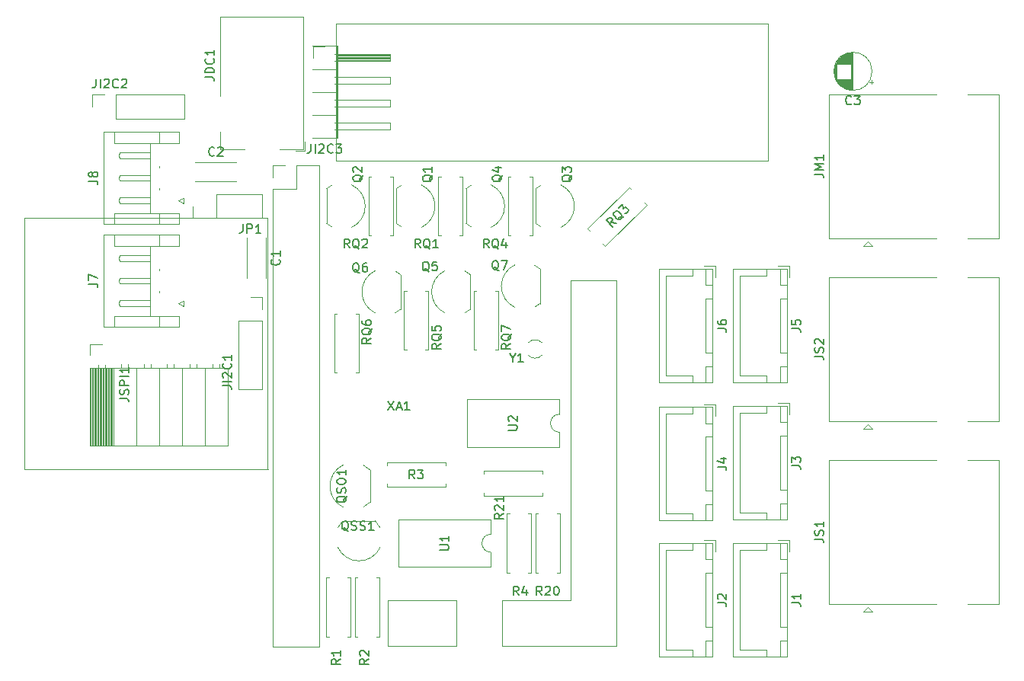
<source format=gbr>
%TF.GenerationSoftware,KiCad,Pcbnew,5.1.10-88a1d61d58~89~ubuntu20.10.1*%
%TF.CreationDate,2021-07-14T23:28:35-05:00*%
%TF.ProjectId,nutrient,6e757472-6965-46e7-942e-6b696361645f,rev?*%
%TF.SameCoordinates,Original*%
%TF.FileFunction,Legend,Top*%
%TF.FilePolarity,Positive*%
%FSLAX46Y46*%
G04 Gerber Fmt 4.6, Leading zero omitted, Abs format (unit mm)*
G04 Created by KiCad (PCBNEW 5.1.10-88a1d61d58~89~ubuntu20.10.1) date 2021-07-14 23:28:35*
%MOMM*%
%LPD*%
G01*
G04 APERTURE LIST*
%ADD10C,0.120000*%
%ADD11C,0.050000*%
%ADD12C,0.150000*%
G04 APERTURE END LIST*
D10*
%TO.C,C3*%
X187175000Y-38989000D02*
G75*
G03*
X187175000Y-38989000I-2120000J0D01*
G01*
X185055000Y-41069000D02*
X185055000Y-36909000D01*
X185015000Y-41069000D02*
X185015000Y-36909000D01*
X184975000Y-41068000D02*
X184975000Y-36910000D01*
X184935000Y-41066000D02*
X184935000Y-36912000D01*
X184895000Y-41063000D02*
X184895000Y-36915000D01*
X184855000Y-41060000D02*
X184855000Y-39829000D01*
X184855000Y-38149000D02*
X184855000Y-36918000D01*
X184815000Y-41056000D02*
X184815000Y-39829000D01*
X184815000Y-38149000D02*
X184815000Y-36922000D01*
X184775000Y-41051000D02*
X184775000Y-39829000D01*
X184775000Y-38149000D02*
X184775000Y-36927000D01*
X184735000Y-41045000D02*
X184735000Y-39829000D01*
X184735000Y-38149000D02*
X184735000Y-36933000D01*
X184695000Y-41039000D02*
X184695000Y-39829000D01*
X184695000Y-38149000D02*
X184695000Y-36939000D01*
X184655000Y-41031000D02*
X184655000Y-39829000D01*
X184655000Y-38149000D02*
X184655000Y-36947000D01*
X184615000Y-41023000D02*
X184615000Y-39829000D01*
X184615000Y-38149000D02*
X184615000Y-36955000D01*
X184575000Y-41014000D02*
X184575000Y-39829000D01*
X184575000Y-38149000D02*
X184575000Y-36964000D01*
X184535000Y-41005000D02*
X184535000Y-39829000D01*
X184535000Y-38149000D02*
X184535000Y-36973000D01*
X184495000Y-40994000D02*
X184495000Y-39829000D01*
X184495000Y-38149000D02*
X184495000Y-36984000D01*
X184455000Y-40983000D02*
X184455000Y-39829000D01*
X184455000Y-38149000D02*
X184455000Y-36995000D01*
X184415000Y-40971000D02*
X184415000Y-39829000D01*
X184415000Y-38149000D02*
X184415000Y-37007000D01*
X184375000Y-40957000D02*
X184375000Y-39829000D01*
X184375000Y-38149000D02*
X184375000Y-37021000D01*
X184334000Y-40943000D02*
X184334000Y-39829000D01*
X184334000Y-38149000D02*
X184334000Y-37035000D01*
X184294000Y-40929000D02*
X184294000Y-39829000D01*
X184294000Y-38149000D02*
X184294000Y-37049000D01*
X184254000Y-40913000D02*
X184254000Y-39829000D01*
X184254000Y-38149000D02*
X184254000Y-37065000D01*
X184214000Y-40896000D02*
X184214000Y-39829000D01*
X184214000Y-38149000D02*
X184214000Y-37082000D01*
X184174000Y-40878000D02*
X184174000Y-39829000D01*
X184174000Y-38149000D02*
X184174000Y-37100000D01*
X184134000Y-40859000D02*
X184134000Y-39829000D01*
X184134000Y-38149000D02*
X184134000Y-37119000D01*
X184094000Y-40840000D02*
X184094000Y-39829000D01*
X184094000Y-38149000D02*
X184094000Y-37138000D01*
X184054000Y-40819000D02*
X184054000Y-39829000D01*
X184054000Y-38149000D02*
X184054000Y-37159000D01*
X184014000Y-40797000D02*
X184014000Y-39829000D01*
X184014000Y-38149000D02*
X184014000Y-37181000D01*
X183974000Y-40774000D02*
X183974000Y-39829000D01*
X183974000Y-38149000D02*
X183974000Y-37204000D01*
X183934000Y-40749000D02*
X183934000Y-39829000D01*
X183934000Y-38149000D02*
X183934000Y-37229000D01*
X183894000Y-40724000D02*
X183894000Y-39829000D01*
X183894000Y-38149000D02*
X183894000Y-37254000D01*
X183854000Y-40697000D02*
X183854000Y-39829000D01*
X183854000Y-38149000D02*
X183854000Y-37281000D01*
X183814000Y-40669000D02*
X183814000Y-39829000D01*
X183814000Y-38149000D02*
X183814000Y-37309000D01*
X183774000Y-40639000D02*
X183774000Y-39829000D01*
X183774000Y-38149000D02*
X183774000Y-37339000D01*
X183734000Y-40608000D02*
X183734000Y-39829000D01*
X183734000Y-38149000D02*
X183734000Y-37370000D01*
X183694000Y-40576000D02*
X183694000Y-39829000D01*
X183694000Y-38149000D02*
X183694000Y-37402000D01*
X183654000Y-40541000D02*
X183654000Y-39829000D01*
X183654000Y-38149000D02*
X183654000Y-37437000D01*
X183614000Y-40505000D02*
X183614000Y-39829000D01*
X183614000Y-38149000D02*
X183614000Y-37473000D01*
X183574000Y-40467000D02*
X183574000Y-39829000D01*
X183574000Y-38149000D02*
X183574000Y-37511000D01*
X183534000Y-40427000D02*
X183534000Y-39829000D01*
X183534000Y-38149000D02*
X183534000Y-37551000D01*
X183494000Y-40385000D02*
X183494000Y-39829000D01*
X183494000Y-38149000D02*
X183494000Y-37593000D01*
X183454000Y-40340000D02*
X183454000Y-39829000D01*
X183454000Y-38149000D02*
X183454000Y-37638000D01*
X183414000Y-40293000D02*
X183414000Y-39829000D01*
X183414000Y-38149000D02*
X183414000Y-37685000D01*
X183374000Y-40243000D02*
X183374000Y-39829000D01*
X183374000Y-38149000D02*
X183374000Y-37735000D01*
X183334000Y-40189000D02*
X183334000Y-39829000D01*
X183334000Y-38149000D02*
X183334000Y-37789000D01*
X183294000Y-40131000D02*
X183294000Y-39829000D01*
X183294000Y-38149000D02*
X183294000Y-37847000D01*
X183254000Y-40069000D02*
X183254000Y-39829000D01*
X183254000Y-38149000D02*
X183254000Y-37909000D01*
X183214000Y-40002000D02*
X183214000Y-37976000D01*
X183174000Y-39929000D02*
X183174000Y-38049000D01*
X183134000Y-39848000D02*
X183134000Y-38130000D01*
X183094000Y-39757000D02*
X183094000Y-38221000D01*
X183054000Y-39653000D02*
X183054000Y-38325000D01*
X183014000Y-39526000D02*
X183014000Y-38452000D01*
X182974000Y-39359000D02*
X182974000Y-38619000D01*
X187324801Y-40184000D02*
X186924801Y-40184000D01*
X187124801Y-40384000D02*
X187124801Y-39984000D01*
%TO.C,R2*%
X130024000Y-101822000D02*
X129694000Y-101822000D01*
X129694000Y-101822000D02*
X129694000Y-95282000D01*
X129694000Y-95282000D02*
X130024000Y-95282000D01*
X132104000Y-101822000D02*
X132434000Y-101822000D01*
X132434000Y-101822000D02*
X132434000Y-95282000D01*
X132434000Y-95282000D02*
X132104000Y-95282000D01*
%TO.C,R1*%
X126849000Y-101822000D02*
X126519000Y-101822000D01*
X126519000Y-101822000D02*
X126519000Y-95282000D01*
X126519000Y-95282000D02*
X126849000Y-95282000D01*
X128929000Y-101822000D02*
X129259000Y-101822000D01*
X129259000Y-101822000D02*
X129259000Y-95282000D01*
X129259000Y-95282000D02*
X128929000Y-95282000D01*
%TO.C,C2*%
X111990000Y-49095000D02*
X116530000Y-49095000D01*
X111990000Y-51235000D02*
X116530000Y-51235000D01*
X111990000Y-49095000D02*
X111990000Y-49110000D01*
X111990000Y-51220000D02*
X111990000Y-51235000D01*
X116530000Y-49095000D02*
X116530000Y-49110000D01*
X116530000Y-51220000D02*
X116530000Y-51235000D01*
%TO.C,C1*%
X119815000Y-57460000D02*
X119815000Y-62000000D01*
X117675000Y-57460000D02*
X117675000Y-62000000D01*
X119815000Y-57460000D02*
X119800000Y-57460000D01*
X117690000Y-57460000D02*
X117675000Y-57460000D01*
X119815000Y-62000000D02*
X119800000Y-62000000D01*
X117690000Y-62000000D02*
X117675000Y-62000000D01*
%TO.C,Q6*%
X134796000Y-65440000D02*
X134796000Y-61590000D01*
X134218045Y-65822631D02*
G75*
G03*
X134796000Y-65440000I-1122045J2322631D01*
G01*
X131997193Y-65856400D02*
G75*
G02*
X130496000Y-63500000I1098807J2356400D01*
G01*
X131997193Y-61143600D02*
G75*
G03*
X130496000Y-63500000I1098807J-2356400D01*
G01*
X134208264Y-61197617D02*
G75*
G02*
X134796000Y-61590000I-1112264J-2302383D01*
G01*
%TO.C,JI2C1*%
X116780000Y-66675000D02*
X119440000Y-66675000D01*
X116780000Y-66675000D02*
X116780000Y-74355000D01*
X116780000Y-74355000D02*
X119440000Y-74355000D01*
X119440000Y-66675000D02*
X119440000Y-74355000D01*
X119440000Y-64075000D02*
X119440000Y-65405000D01*
X118110000Y-64075000D02*
X119440000Y-64075000D01*
D11*
X120015000Y-83245000D02*
X120015000Y-55245000D01*
X120060000Y-83245000D02*
X93060000Y-83245000D01*
X120015000Y-55245000D02*
X93015000Y-55245000D01*
X93015000Y-83245000D02*
X93015000Y-55245000D01*
D10*
%TO.C,JDC1*%
X123980000Y-47636000D02*
X121380000Y-47636000D01*
X123980000Y-32936000D02*
X123980000Y-47636000D01*
X114780000Y-47636000D02*
X114780000Y-45736000D01*
X117480000Y-47636000D02*
X114780000Y-47636000D01*
X114780000Y-32936000D02*
X123980000Y-32936000D01*
X114780000Y-41736000D02*
X114780000Y-32936000D01*
X124180000Y-46786000D02*
X124180000Y-47836000D01*
X123130000Y-47836000D02*
X124180000Y-47836000D01*
%TO.C,J8*%
X110685000Y-53040000D02*
X110085000Y-53340000D01*
X110685000Y-53640000D02*
X110685000Y-53040000D01*
X110085000Y-53340000D02*
X110685000Y-53640000D01*
X106995000Y-48020000D02*
X106995000Y-48340000D01*
X103575000Y-48020000D02*
X106995000Y-48020000D01*
X103495000Y-48340000D02*
X103575000Y-48020000D01*
X103575000Y-48660000D02*
X103495000Y-48340000D01*
X106995000Y-48660000D02*
X103575000Y-48660000D01*
X106995000Y-48340000D02*
X106995000Y-48660000D01*
X107995000Y-49670000D02*
X107995000Y-49510000D01*
X106995000Y-50520000D02*
X106995000Y-50840000D01*
X103575000Y-50520000D02*
X106995000Y-50520000D01*
X103495000Y-50840000D02*
X103575000Y-50520000D01*
X103575000Y-51160000D02*
X103495000Y-50840000D01*
X106995000Y-51160000D02*
X103575000Y-51160000D01*
X106995000Y-50840000D02*
X106995000Y-51160000D01*
X107995000Y-52170000D02*
X107995000Y-52010000D01*
X106995000Y-53020000D02*
X106995000Y-53340000D01*
X103575000Y-53020000D02*
X106995000Y-53020000D01*
X103495000Y-53340000D02*
X103575000Y-53020000D01*
X103575000Y-53660000D02*
X103495000Y-53340000D01*
X106995000Y-53660000D02*
X103575000Y-53660000D01*
X106995000Y-53340000D02*
X106995000Y-53660000D01*
X106995000Y-54730000D02*
X106995000Y-46950000D01*
X107995000Y-46950000D02*
X107995000Y-45730000D01*
X102995000Y-46950000D02*
X107995000Y-46950000D01*
X102995000Y-45730000D02*
X102995000Y-46950000D01*
X107995000Y-54730000D02*
X107995000Y-55950000D01*
X102995000Y-54730000D02*
X107995000Y-54730000D01*
X102995000Y-55950000D02*
X102995000Y-54730000D01*
X110195000Y-46950000D02*
X107995000Y-46950000D01*
X110195000Y-45730000D02*
X110195000Y-46950000D01*
X101775000Y-45730000D02*
X110195000Y-45730000D01*
X101775000Y-55950000D02*
X101775000Y-45730000D01*
X110195000Y-55950000D02*
X101775000Y-55950000D01*
X110195000Y-54730000D02*
X110195000Y-55950000D01*
X107995000Y-54730000D02*
X110195000Y-54730000D01*
%TO.C,J7*%
X110685000Y-64470000D02*
X110085000Y-64770000D01*
X110685000Y-65070000D02*
X110685000Y-64470000D01*
X110085000Y-64770000D02*
X110685000Y-65070000D01*
X106995000Y-59450000D02*
X106995000Y-59770000D01*
X103575000Y-59450000D02*
X106995000Y-59450000D01*
X103495000Y-59770000D02*
X103575000Y-59450000D01*
X103575000Y-60090000D02*
X103495000Y-59770000D01*
X106995000Y-60090000D02*
X103575000Y-60090000D01*
X106995000Y-59770000D02*
X106995000Y-60090000D01*
X107995000Y-61100000D02*
X107995000Y-60940000D01*
X106995000Y-61950000D02*
X106995000Y-62270000D01*
X103575000Y-61950000D02*
X106995000Y-61950000D01*
X103495000Y-62270000D02*
X103575000Y-61950000D01*
X103575000Y-62590000D02*
X103495000Y-62270000D01*
X106995000Y-62590000D02*
X103575000Y-62590000D01*
X106995000Y-62270000D02*
X106995000Y-62590000D01*
X107995000Y-63600000D02*
X107995000Y-63440000D01*
X106995000Y-64450000D02*
X106995000Y-64770000D01*
X103575000Y-64450000D02*
X106995000Y-64450000D01*
X103495000Y-64770000D02*
X103575000Y-64450000D01*
X103575000Y-65090000D02*
X103495000Y-64770000D01*
X106995000Y-65090000D02*
X103575000Y-65090000D01*
X106995000Y-64770000D02*
X106995000Y-65090000D01*
X106995000Y-66160000D02*
X106995000Y-58380000D01*
X107995000Y-58380000D02*
X107995000Y-57160000D01*
X102995000Y-58380000D02*
X107995000Y-58380000D01*
X102995000Y-57160000D02*
X102995000Y-58380000D01*
X107995000Y-66160000D02*
X107995000Y-67380000D01*
X102995000Y-66160000D02*
X107995000Y-66160000D01*
X102995000Y-67380000D02*
X102995000Y-66160000D01*
X110195000Y-58380000D02*
X107995000Y-58380000D01*
X110195000Y-57160000D02*
X110195000Y-58380000D01*
X101775000Y-57160000D02*
X110195000Y-57160000D01*
X101775000Y-67380000D02*
X101775000Y-57160000D01*
X110195000Y-67380000D02*
X101775000Y-67380000D01*
X110195000Y-66160000D02*
X110195000Y-67380000D01*
X107995000Y-66160000D02*
X110195000Y-66160000D01*
%TO.C,JI2C3*%
X127805000Y-36135000D02*
X127805000Y-46415000D01*
X125011000Y-46415000D02*
X127671000Y-46415000D01*
X127671000Y-46415000D02*
X127671000Y-36135000D01*
X127671000Y-36135000D02*
X125011000Y-36135000D01*
X127671000Y-37085000D02*
X133671000Y-37085000D01*
X133671000Y-37085000D02*
X133671000Y-37845000D01*
X133671000Y-37845000D02*
X127671000Y-37845000D01*
X127671000Y-37145000D02*
X133671000Y-37145000D01*
X127671000Y-37265000D02*
X133671000Y-37265000D01*
X127671000Y-37385000D02*
X133671000Y-37385000D01*
X127671000Y-37505000D02*
X133671000Y-37505000D01*
X127671000Y-37625000D02*
X133671000Y-37625000D01*
X127671000Y-37745000D02*
X133671000Y-37745000D01*
X127475000Y-37085000D02*
X127805000Y-37085000D01*
X127475000Y-37845000D02*
X127805000Y-37845000D01*
X125011000Y-38735000D02*
X127671000Y-38735000D01*
X127671000Y-39625000D02*
X133671000Y-39625000D01*
X133671000Y-39625000D02*
X133671000Y-40385000D01*
X133671000Y-40385000D02*
X127671000Y-40385000D01*
X127407929Y-39625000D02*
X127805000Y-39625000D01*
X127407929Y-40385000D02*
X127805000Y-40385000D01*
X125011000Y-41275000D02*
X127671000Y-41275000D01*
X127671000Y-42165000D02*
X133671000Y-42165000D01*
X133671000Y-42165000D02*
X133671000Y-42925000D01*
X133671000Y-42925000D02*
X127671000Y-42925000D01*
X127407929Y-42165000D02*
X127805000Y-42165000D01*
X127407929Y-42925000D02*
X127805000Y-42925000D01*
X125011000Y-43815000D02*
X127671000Y-43815000D01*
X127671000Y-44705000D02*
X133671000Y-44705000D01*
X133671000Y-44705000D02*
X133671000Y-45465000D01*
X133671000Y-45465000D02*
X127671000Y-45465000D01*
X127407929Y-44705000D02*
X127805000Y-44705000D01*
X127407929Y-45465000D02*
X127805000Y-45465000D01*
X125095000Y-37465000D02*
X125095000Y-36195000D01*
X125095000Y-36195000D02*
X126365000Y-36195000D01*
D11*
X127635000Y-33655000D02*
X175635000Y-33655000D01*
X127635000Y-33655000D02*
X127635000Y-48955000D01*
X127635000Y-48955000D02*
X175635000Y-48955000D01*
X175635000Y-33655000D02*
X175635000Y-48955000D01*
D10*
%TO.C,JSPI1*%
X100390000Y-80575000D02*
X100390000Y-71945000D01*
X100508095Y-80575000D02*
X100508095Y-71945000D01*
X100626190Y-80575000D02*
X100626190Y-71945000D01*
X100744285Y-80575000D02*
X100744285Y-71945000D01*
X100862380Y-80575000D02*
X100862380Y-71945000D01*
X100980475Y-80575000D02*
X100980475Y-71945000D01*
X101098570Y-80575000D02*
X101098570Y-71945000D01*
X101216665Y-80575000D02*
X101216665Y-71945000D01*
X101334760Y-80575000D02*
X101334760Y-71945000D01*
X101452855Y-80575000D02*
X101452855Y-71945000D01*
X101570950Y-80575000D02*
X101570950Y-71945000D01*
X101689045Y-80575000D02*
X101689045Y-71945000D01*
X101807140Y-80575000D02*
X101807140Y-71945000D01*
X101925235Y-80575000D02*
X101925235Y-71945000D01*
X102043330Y-80575000D02*
X102043330Y-71945000D01*
X102161425Y-80575000D02*
X102161425Y-71945000D01*
X102279520Y-80575000D02*
X102279520Y-71945000D01*
X102397615Y-80575000D02*
X102397615Y-71945000D01*
X102515710Y-80575000D02*
X102515710Y-71945000D01*
X102633805Y-80575000D02*
X102633805Y-71945000D01*
X102751900Y-80575000D02*
X102751900Y-71945000D01*
X101240000Y-71945000D02*
X101240000Y-71595000D01*
X101960000Y-71945000D02*
X101960000Y-71595000D01*
X103780000Y-71945000D02*
X103780000Y-71535000D01*
X104500000Y-71945000D02*
X104500000Y-71535000D01*
X106320000Y-71945000D02*
X106320000Y-71535000D01*
X107040000Y-71945000D02*
X107040000Y-71535000D01*
X108860000Y-71945000D02*
X108860000Y-71535000D01*
X109580000Y-71945000D02*
X109580000Y-71535000D01*
X111400000Y-71945000D02*
X111400000Y-71535000D01*
X112120000Y-71945000D02*
X112120000Y-71535000D01*
X113940000Y-71945000D02*
X113940000Y-71535000D01*
X114660000Y-71945000D02*
X114660000Y-71535000D01*
X102870000Y-80575000D02*
X102870000Y-71945000D01*
X105410000Y-80575000D02*
X105410000Y-71945000D01*
X107950000Y-80575000D02*
X107950000Y-71945000D01*
X110490000Y-80575000D02*
X110490000Y-71945000D01*
X113030000Y-80575000D02*
X113030000Y-71945000D01*
X100270000Y-80575000D02*
X100270000Y-71945000D01*
X100270000Y-71945000D02*
X115630000Y-71945000D01*
X115630000Y-80575000D02*
X115630000Y-71945000D01*
X100270000Y-80575000D02*
X115630000Y-80575000D01*
X100270000Y-69375000D02*
X101600000Y-69375000D01*
X100270000Y-70485000D02*
X100270000Y-69375000D01*
%TO.C,JS2*%
X197840000Y-77860000D02*
X201280000Y-77860000D01*
X187198000Y-78736000D02*
X186690000Y-78228000D01*
X186182000Y-78736000D02*
X187198000Y-78736000D01*
X186690000Y-78228000D02*
X186182000Y-78736000D01*
X197840000Y-61840000D02*
X201280000Y-61840000D01*
X201280000Y-61840000D02*
X201280000Y-77860000D01*
X182410000Y-77860000D02*
X194340000Y-77860000D01*
X182410000Y-61840000D02*
X182410000Y-77860000D01*
X182410000Y-61840000D02*
X194340000Y-61840000D01*
%TO.C,U1*%
X144840000Y-90440000D02*
X144840000Y-88790000D01*
X144840000Y-88790000D02*
X134560000Y-88790000D01*
X134560000Y-88790000D02*
X134560000Y-94090000D01*
X134560000Y-94090000D02*
X144840000Y-94090000D01*
X144840000Y-94090000D02*
X144840000Y-92440000D01*
X144840000Y-92440000D02*
G75*
G02*
X144840000Y-90440000I0J1000000D01*
G01*
%TO.C,JI2C2*%
X103124000Y-44256000D02*
X103124000Y-41596000D01*
X103124000Y-44256000D02*
X110804000Y-44256000D01*
X110804000Y-44256000D02*
X110804000Y-41596000D01*
X103124000Y-41596000D02*
X110804000Y-41596000D01*
X100524000Y-41596000D02*
X101854000Y-41596000D01*
X100524000Y-42926000D02*
X100524000Y-41596000D01*
%TO.C,J3*%
X177720000Y-76180000D02*
X171750000Y-76180000D01*
X171750000Y-76180000D02*
X171750000Y-88800000D01*
X171750000Y-88800000D02*
X177720000Y-88800000D01*
X177720000Y-88800000D02*
X177720000Y-76180000D01*
X177710000Y-79490000D02*
X176960000Y-79490000D01*
X176960000Y-79490000D02*
X176960000Y-85490000D01*
X176960000Y-85490000D02*
X177710000Y-85490000D01*
X177710000Y-85490000D02*
X177710000Y-79490000D01*
X177710000Y-76190000D02*
X176960000Y-76190000D01*
X176960000Y-76190000D02*
X176960000Y-77990000D01*
X176960000Y-77990000D02*
X177710000Y-77990000D01*
X177710000Y-77990000D02*
X177710000Y-76190000D01*
X177710000Y-86990000D02*
X176960000Y-86990000D01*
X176960000Y-86990000D02*
X176960000Y-88790000D01*
X176960000Y-88790000D02*
X177710000Y-88790000D01*
X177710000Y-88790000D02*
X177710000Y-86990000D01*
X175460000Y-76190000D02*
X175460000Y-76940000D01*
X175460000Y-76940000D02*
X172510000Y-76940000D01*
X172510000Y-76940000D02*
X172510000Y-82490000D01*
X175460000Y-88790000D02*
X175460000Y-88040000D01*
X175460000Y-88040000D02*
X172510000Y-88040000D01*
X172510000Y-88040000D02*
X172510000Y-82490000D01*
X178010000Y-77140000D02*
X178010000Y-75890000D01*
X178010000Y-75890000D02*
X176760000Y-75890000D01*
%TO.C,Y1*%
X148995610Y-69149348D02*
G75*
G02*
X150495000Y-69150000I749390J-700652D01*
G01*
X148995610Y-70550652D02*
G75*
G03*
X150495000Y-70550000I749390J700652D01*
G01*
%TO.C,J1*%
X177720000Y-91420000D02*
X171750000Y-91420000D01*
X171750000Y-91420000D02*
X171750000Y-104040000D01*
X171750000Y-104040000D02*
X177720000Y-104040000D01*
X177720000Y-104040000D02*
X177720000Y-91420000D01*
X177710000Y-94730000D02*
X176960000Y-94730000D01*
X176960000Y-94730000D02*
X176960000Y-100730000D01*
X176960000Y-100730000D02*
X177710000Y-100730000D01*
X177710000Y-100730000D02*
X177710000Y-94730000D01*
X177710000Y-91430000D02*
X176960000Y-91430000D01*
X176960000Y-91430000D02*
X176960000Y-93230000D01*
X176960000Y-93230000D02*
X177710000Y-93230000D01*
X177710000Y-93230000D02*
X177710000Y-91430000D01*
X177710000Y-102230000D02*
X176960000Y-102230000D01*
X176960000Y-102230000D02*
X176960000Y-104030000D01*
X176960000Y-104030000D02*
X177710000Y-104030000D01*
X177710000Y-104030000D02*
X177710000Y-102230000D01*
X175460000Y-91430000D02*
X175460000Y-92180000D01*
X175460000Y-92180000D02*
X172510000Y-92180000D01*
X172510000Y-92180000D02*
X172510000Y-97730000D01*
X175460000Y-104030000D02*
X175460000Y-103280000D01*
X175460000Y-103280000D02*
X172510000Y-103280000D01*
X172510000Y-103280000D02*
X172510000Y-97730000D01*
X178010000Y-92380000D02*
X178010000Y-91130000D01*
X178010000Y-91130000D02*
X176760000Y-91130000D01*
%TO.C,XA1*%
X146050000Y-97790000D02*
X146050000Y-102870000D01*
X153670000Y-97790000D02*
X146050000Y-97790000D01*
X153670000Y-62230000D02*
X153670000Y-97790000D01*
X158750000Y-62230000D02*
X153670000Y-62230000D01*
X158750000Y-102870000D02*
X158750000Y-62230000D01*
X146050000Y-102870000D02*
X158750000Y-102870000D01*
X133350000Y-102870000D02*
X133350000Y-97790000D01*
X140970000Y-102870000D02*
X133350000Y-102870000D01*
X140970000Y-97790000D02*
X140970000Y-102870000D01*
X133350000Y-97790000D02*
X140970000Y-97790000D01*
X125790000Y-49470000D02*
X125790000Y-102930000D01*
X120590000Y-49470000D02*
X121920000Y-49470000D01*
X120590000Y-52070000D02*
X120590000Y-102930000D01*
X120590000Y-102930000D02*
X125790000Y-102930000D01*
X123190000Y-52070000D02*
X123190000Y-49470000D01*
X120590000Y-50800000D02*
X120590000Y-49470000D01*
X123190000Y-49470000D02*
X125790000Y-49470000D01*
X120590000Y-52070000D02*
X123190000Y-52070000D01*
%TO.C,RQ7*%
X143232000Y-69945000D02*
X142902000Y-69945000D01*
X142902000Y-69945000D02*
X142902000Y-63405000D01*
X142902000Y-63405000D02*
X143232000Y-63405000D01*
X145312000Y-69945000D02*
X145642000Y-69945000D01*
X145642000Y-69945000D02*
X145642000Y-63405000D01*
X145642000Y-63405000D02*
X145312000Y-63405000D01*
%TO.C,Q7*%
X150290000Y-64805000D02*
X150290000Y-60955000D01*
X149712045Y-65187631D02*
G75*
G03*
X150290000Y-64805000I-1122045J2322631D01*
G01*
X147491193Y-65221400D02*
G75*
G02*
X145990000Y-62865000I1098807J2356400D01*
G01*
X147491193Y-60508600D02*
G75*
G03*
X145990000Y-62865000I1098807J-2356400D01*
G01*
X149702264Y-60562617D02*
G75*
G02*
X150290000Y-60955000I-1112264J-2302383D01*
G01*
%TO.C,JM1*%
X197840000Y-57540000D02*
X201280000Y-57540000D01*
X187198000Y-58416000D02*
X186690000Y-57908000D01*
X186182000Y-58416000D02*
X187198000Y-58416000D01*
X186690000Y-57908000D02*
X186182000Y-58416000D01*
X197840000Y-41520000D02*
X201280000Y-41520000D01*
X201280000Y-41520000D02*
X201280000Y-57540000D01*
X182410000Y-57540000D02*
X194340000Y-57540000D01*
X182410000Y-41520000D02*
X182410000Y-57540000D01*
X182410000Y-41520000D02*
X194340000Y-41520000D01*
%TO.C,J2*%
X169465000Y-91420000D02*
X163495000Y-91420000D01*
X163495000Y-91420000D02*
X163495000Y-104040000D01*
X163495000Y-104040000D02*
X169465000Y-104040000D01*
X169465000Y-104040000D02*
X169465000Y-91420000D01*
X169455000Y-94730000D02*
X168705000Y-94730000D01*
X168705000Y-94730000D02*
X168705000Y-100730000D01*
X168705000Y-100730000D02*
X169455000Y-100730000D01*
X169455000Y-100730000D02*
X169455000Y-94730000D01*
X169455000Y-91430000D02*
X168705000Y-91430000D01*
X168705000Y-91430000D02*
X168705000Y-93230000D01*
X168705000Y-93230000D02*
X169455000Y-93230000D01*
X169455000Y-93230000D02*
X169455000Y-91430000D01*
X169455000Y-102230000D02*
X168705000Y-102230000D01*
X168705000Y-102230000D02*
X168705000Y-104030000D01*
X168705000Y-104030000D02*
X169455000Y-104030000D01*
X169455000Y-104030000D02*
X169455000Y-102230000D01*
X167205000Y-91430000D02*
X167205000Y-92180000D01*
X167205000Y-92180000D02*
X164255000Y-92180000D01*
X164255000Y-92180000D02*
X164255000Y-97730000D01*
X167205000Y-104030000D02*
X167205000Y-103280000D01*
X167205000Y-103280000D02*
X164255000Y-103280000D01*
X164255000Y-103280000D02*
X164255000Y-97730000D01*
X169755000Y-92380000D02*
X169755000Y-91130000D01*
X169755000Y-91130000D02*
X168505000Y-91130000D01*
%TO.C,JP1*%
X119440000Y-55305000D02*
X119440000Y-52645000D01*
X114300000Y-55305000D02*
X119440000Y-55305000D01*
X114300000Y-52645000D02*
X119440000Y-52645000D01*
X114300000Y-55305000D02*
X114300000Y-52645000D01*
X113030000Y-55305000D02*
X111700000Y-55305000D01*
X111700000Y-55305000D02*
X111700000Y-53975000D01*
%TO.C,JS1*%
X197840000Y-98180000D02*
X201280000Y-98180000D01*
X187198000Y-99056000D02*
X186690000Y-98548000D01*
X186182000Y-99056000D02*
X187198000Y-99056000D01*
X186690000Y-98548000D02*
X186182000Y-99056000D01*
X197840000Y-82160000D02*
X201280000Y-82160000D01*
X201280000Y-82160000D02*
X201280000Y-98180000D01*
X182410000Y-98180000D02*
X194340000Y-98180000D01*
X182410000Y-82160000D02*
X182410000Y-98180000D01*
X182410000Y-82160000D02*
X194340000Y-82160000D01*
%TO.C,RQ2*%
X131548000Y-57245000D02*
X131218000Y-57245000D01*
X131218000Y-57245000D02*
X131218000Y-50705000D01*
X131218000Y-50705000D02*
X131548000Y-50705000D01*
X133628000Y-57245000D02*
X133958000Y-57245000D01*
X133958000Y-57245000D02*
X133958000Y-50705000D01*
X133958000Y-50705000D02*
X133628000Y-50705000D01*
%TO.C,RQ1*%
X139295000Y-57245000D02*
X138965000Y-57245000D01*
X138965000Y-57245000D02*
X138965000Y-50705000D01*
X138965000Y-50705000D02*
X139295000Y-50705000D01*
X141375000Y-57245000D02*
X141705000Y-57245000D01*
X141705000Y-57245000D02*
X141705000Y-50705000D01*
X141705000Y-50705000D02*
X141375000Y-50705000D01*
%TO.C,Q2*%
X126570000Y-52035000D02*
X126570000Y-55885000D01*
X127147955Y-51652369D02*
G75*
G03*
X126570000Y-52035000I1122045J-2322631D01*
G01*
X129368807Y-51618600D02*
G75*
G02*
X130870000Y-53975000I-1098807J-2356400D01*
G01*
X129368807Y-56331400D02*
G75*
G03*
X130870000Y-53975000I-1098807J2356400D01*
G01*
X127157736Y-56277383D02*
G75*
G02*
X126570000Y-55885000I1112264J2302383D01*
G01*
%TO.C,Q1*%
X134317000Y-52035000D02*
X134317000Y-55885000D01*
X134894955Y-51652369D02*
G75*
G03*
X134317000Y-52035000I1122045J-2322631D01*
G01*
X137115807Y-51618600D02*
G75*
G02*
X138617000Y-53975000I-1098807J-2356400D01*
G01*
X137115807Y-56331400D02*
G75*
G03*
X138617000Y-53975000I-1098807J2356400D01*
G01*
X134904736Y-56277383D02*
G75*
G02*
X134317000Y-55885000I1112264J2302383D01*
G01*
%TO.C,U2*%
X152460000Y-77105000D02*
X152460000Y-75455000D01*
X152460000Y-75455000D02*
X142180000Y-75455000D01*
X142180000Y-75455000D02*
X142180000Y-80755000D01*
X142180000Y-80755000D02*
X152460000Y-80755000D01*
X152460000Y-80755000D02*
X152460000Y-79105000D01*
X152460000Y-79105000D02*
G75*
G02*
X152460000Y-77105000I0J1000000D01*
G01*
%TO.C,R3*%
X133255000Y-82780000D02*
X133255000Y-82450000D01*
X133255000Y-82450000D02*
X139795000Y-82450000D01*
X139795000Y-82450000D02*
X139795000Y-82780000D01*
X133255000Y-84860000D02*
X133255000Y-85190000D01*
X133255000Y-85190000D02*
X139795000Y-85190000D01*
X139795000Y-85190000D02*
X139795000Y-84860000D01*
%TO.C,R20*%
X150090000Y-94710000D02*
X149760000Y-94710000D01*
X149760000Y-94710000D02*
X149760000Y-88170000D01*
X149760000Y-88170000D02*
X150090000Y-88170000D01*
X152170000Y-94710000D02*
X152500000Y-94710000D01*
X152500000Y-94710000D02*
X152500000Y-88170000D01*
X152500000Y-88170000D02*
X152170000Y-88170000D01*
%TO.C,R21*%
X150590000Y-85812500D02*
X150590000Y-86142500D01*
X150590000Y-86142500D02*
X144050000Y-86142500D01*
X144050000Y-86142500D02*
X144050000Y-85812500D01*
X150590000Y-83732500D02*
X150590000Y-83402500D01*
X150590000Y-83402500D02*
X144050000Y-83402500D01*
X144050000Y-83402500D02*
X144050000Y-83732500D01*
%TO.C,R4*%
X148995000Y-88170000D02*
X149325000Y-88170000D01*
X149325000Y-88170000D02*
X149325000Y-94710000D01*
X149325000Y-94710000D02*
X148995000Y-94710000D01*
X146915000Y-88170000D02*
X146585000Y-88170000D01*
X146585000Y-88170000D02*
X146585000Y-94710000D01*
X146585000Y-94710000D02*
X146915000Y-94710000D01*
%TO.C,RQ6*%
X127738000Y-72485000D02*
X127408000Y-72485000D01*
X127408000Y-72485000D02*
X127408000Y-65945000D01*
X127408000Y-65945000D02*
X127738000Y-65945000D01*
X129818000Y-72485000D02*
X130148000Y-72485000D01*
X130148000Y-72485000D02*
X130148000Y-65945000D01*
X130148000Y-65945000D02*
X129818000Y-65945000D01*
%TO.C,RQ5*%
X135485000Y-69945000D02*
X135155000Y-69945000D01*
X135155000Y-69945000D02*
X135155000Y-63405000D01*
X135155000Y-63405000D02*
X135485000Y-63405000D01*
X137565000Y-69945000D02*
X137895000Y-69945000D01*
X137895000Y-69945000D02*
X137895000Y-63405000D01*
X137895000Y-63405000D02*
X137565000Y-63405000D01*
%TO.C,RQ4*%
X147042000Y-57245000D02*
X146712000Y-57245000D01*
X146712000Y-57245000D02*
X146712000Y-50705000D01*
X146712000Y-50705000D02*
X147042000Y-50705000D01*
X149122000Y-57245000D02*
X149452000Y-57245000D01*
X149452000Y-57245000D02*
X149452000Y-50705000D01*
X149452000Y-50705000D02*
X149122000Y-50705000D01*
%TO.C,RQ3*%
X155802293Y-56721925D02*
X155568947Y-56488580D01*
X155568947Y-56488580D02*
X160193426Y-51864102D01*
X160193426Y-51864102D02*
X160426771Y-52097447D01*
X157273075Y-58192707D02*
X157506420Y-58426053D01*
X157506420Y-58426053D02*
X162130898Y-53801574D01*
X162130898Y-53801574D02*
X161897553Y-53568229D01*
%TO.C,QSO1*%
X131390000Y-86890000D02*
X131390000Y-83290000D01*
X130662795Y-82765816D02*
G75*
G02*
X131390000Y-83290000I-1122795J-2324184D01*
G01*
X128441193Y-82733600D02*
G75*
G03*
X126940000Y-85090000I1098807J-2356400D01*
G01*
X128441193Y-87446400D02*
G75*
G02*
X126940000Y-85090000I1098807J2356400D01*
G01*
X130662795Y-87414184D02*
G75*
G03*
X131390000Y-86890000I-1122795J2324184D01*
G01*
%TO.C,QSS1*%
X131975000Y-88955000D02*
X128375000Y-88955000D01*
X127850816Y-89682205D02*
G75*
G02*
X128375000Y-88955000I2324184J-1122795D01*
G01*
X127818600Y-91903807D02*
G75*
G03*
X130175000Y-93405000I2356400J1098807D01*
G01*
X132531400Y-91903807D02*
G75*
G02*
X130175000Y-93405000I-2356400J1098807D01*
G01*
X132499184Y-89682205D02*
G75*
G03*
X131975000Y-88955000I-2324184J-1122795D01*
G01*
%TO.C,Q5*%
X142543000Y-65440000D02*
X142543000Y-61590000D01*
X141965045Y-65822631D02*
G75*
G03*
X142543000Y-65440000I-1122045J2322631D01*
G01*
X139744193Y-65856400D02*
G75*
G02*
X138243000Y-63500000I1098807J2356400D01*
G01*
X139744193Y-61143600D02*
G75*
G03*
X138243000Y-63500000I1098807J-2356400D01*
G01*
X141955264Y-61197617D02*
G75*
G02*
X142543000Y-61590000I-1112264J-2302383D01*
G01*
%TO.C,Q4*%
X142064000Y-52035000D02*
X142064000Y-55885000D01*
X142641955Y-51652369D02*
G75*
G03*
X142064000Y-52035000I1122045J-2322631D01*
G01*
X144862807Y-51618600D02*
G75*
G02*
X146364000Y-53975000I-1098807J-2356400D01*
G01*
X144862807Y-56331400D02*
G75*
G03*
X146364000Y-53975000I-1098807J2356400D01*
G01*
X142651736Y-56277383D02*
G75*
G02*
X142064000Y-55885000I1112264J2302383D01*
G01*
%TO.C,Q3*%
X149811000Y-52035000D02*
X149811000Y-55885000D01*
X150388955Y-51652369D02*
G75*
G03*
X149811000Y-52035000I1122045J-2322631D01*
G01*
X152609807Y-51618600D02*
G75*
G02*
X154111000Y-53975000I-1098807J-2356400D01*
G01*
X152609807Y-56331400D02*
G75*
G03*
X154111000Y-53975000I-1098807J2356400D01*
G01*
X150398736Y-56277383D02*
G75*
G02*
X149811000Y-55885000I1112264J2302383D01*
G01*
%TO.C,J6*%
X169465000Y-60940000D02*
X163495000Y-60940000D01*
X163495000Y-60940000D02*
X163495000Y-73560000D01*
X163495000Y-73560000D02*
X169465000Y-73560000D01*
X169465000Y-73560000D02*
X169465000Y-60940000D01*
X169455000Y-64250000D02*
X168705000Y-64250000D01*
X168705000Y-64250000D02*
X168705000Y-70250000D01*
X168705000Y-70250000D02*
X169455000Y-70250000D01*
X169455000Y-70250000D02*
X169455000Y-64250000D01*
X169455000Y-60950000D02*
X168705000Y-60950000D01*
X168705000Y-60950000D02*
X168705000Y-62750000D01*
X168705000Y-62750000D02*
X169455000Y-62750000D01*
X169455000Y-62750000D02*
X169455000Y-60950000D01*
X169455000Y-71750000D02*
X168705000Y-71750000D01*
X168705000Y-71750000D02*
X168705000Y-73550000D01*
X168705000Y-73550000D02*
X169455000Y-73550000D01*
X169455000Y-73550000D02*
X169455000Y-71750000D01*
X167205000Y-60950000D02*
X167205000Y-61700000D01*
X167205000Y-61700000D02*
X164255000Y-61700000D01*
X164255000Y-61700000D02*
X164255000Y-67250000D01*
X167205000Y-73550000D02*
X167205000Y-72800000D01*
X167205000Y-72800000D02*
X164255000Y-72800000D01*
X164255000Y-72800000D02*
X164255000Y-67250000D01*
X169755000Y-61900000D02*
X169755000Y-60650000D01*
X169755000Y-60650000D02*
X168505000Y-60650000D01*
%TO.C,J5*%
X177720000Y-60940000D02*
X171750000Y-60940000D01*
X171750000Y-60940000D02*
X171750000Y-73560000D01*
X171750000Y-73560000D02*
X177720000Y-73560000D01*
X177720000Y-73560000D02*
X177720000Y-60940000D01*
X177710000Y-64250000D02*
X176960000Y-64250000D01*
X176960000Y-64250000D02*
X176960000Y-70250000D01*
X176960000Y-70250000D02*
X177710000Y-70250000D01*
X177710000Y-70250000D02*
X177710000Y-64250000D01*
X177710000Y-60950000D02*
X176960000Y-60950000D01*
X176960000Y-60950000D02*
X176960000Y-62750000D01*
X176960000Y-62750000D02*
X177710000Y-62750000D01*
X177710000Y-62750000D02*
X177710000Y-60950000D01*
X177710000Y-71750000D02*
X176960000Y-71750000D01*
X176960000Y-71750000D02*
X176960000Y-73550000D01*
X176960000Y-73550000D02*
X177710000Y-73550000D01*
X177710000Y-73550000D02*
X177710000Y-71750000D01*
X175460000Y-60950000D02*
X175460000Y-61700000D01*
X175460000Y-61700000D02*
X172510000Y-61700000D01*
X172510000Y-61700000D02*
X172510000Y-67250000D01*
X175460000Y-73550000D02*
X175460000Y-72800000D01*
X175460000Y-72800000D02*
X172510000Y-72800000D01*
X172510000Y-72800000D02*
X172510000Y-67250000D01*
X178010000Y-61900000D02*
X178010000Y-60650000D01*
X178010000Y-60650000D02*
X176760000Y-60650000D01*
%TO.C,J4*%
X169465000Y-76300000D02*
X163495000Y-76300000D01*
X163495000Y-76300000D02*
X163495000Y-88920000D01*
X163495000Y-88920000D02*
X169465000Y-88920000D01*
X169465000Y-88920000D02*
X169465000Y-76300000D01*
X169455000Y-79610000D02*
X168705000Y-79610000D01*
X168705000Y-79610000D02*
X168705000Y-85610000D01*
X168705000Y-85610000D02*
X169455000Y-85610000D01*
X169455000Y-85610000D02*
X169455000Y-79610000D01*
X169455000Y-76310000D02*
X168705000Y-76310000D01*
X168705000Y-76310000D02*
X168705000Y-78110000D01*
X168705000Y-78110000D02*
X169455000Y-78110000D01*
X169455000Y-78110000D02*
X169455000Y-76310000D01*
X169455000Y-87110000D02*
X168705000Y-87110000D01*
X168705000Y-87110000D02*
X168705000Y-88910000D01*
X168705000Y-88910000D02*
X169455000Y-88910000D01*
X169455000Y-88910000D02*
X169455000Y-87110000D01*
X167205000Y-76310000D02*
X167205000Y-77060000D01*
X167205000Y-77060000D02*
X164255000Y-77060000D01*
X164255000Y-77060000D02*
X164255000Y-82610000D01*
X167205000Y-88910000D02*
X167205000Y-88160000D01*
X167205000Y-88160000D02*
X164255000Y-88160000D01*
X164255000Y-88160000D02*
X164255000Y-82610000D01*
X169755000Y-77260000D02*
X169755000Y-76010000D01*
X169755000Y-76010000D02*
X168505000Y-76010000D01*
%TO.C,C3*%
D12*
X184888333Y-42596142D02*
X184840714Y-42643761D01*
X184697857Y-42691380D01*
X184602619Y-42691380D01*
X184459761Y-42643761D01*
X184364523Y-42548523D01*
X184316904Y-42453285D01*
X184269285Y-42262809D01*
X184269285Y-42119952D01*
X184316904Y-41929476D01*
X184364523Y-41834238D01*
X184459761Y-41739000D01*
X184602619Y-41691380D01*
X184697857Y-41691380D01*
X184840714Y-41739000D01*
X184888333Y-41786619D01*
X185221666Y-41691380D02*
X185840714Y-41691380D01*
X185507380Y-42072333D01*
X185650238Y-42072333D01*
X185745476Y-42119952D01*
X185793095Y-42167571D01*
X185840714Y-42262809D01*
X185840714Y-42500904D01*
X185793095Y-42596142D01*
X185745476Y-42643761D01*
X185650238Y-42691380D01*
X185364523Y-42691380D01*
X185269285Y-42643761D01*
X185221666Y-42596142D01*
%TO.C,R2*%
X131262380Y-104306666D02*
X130786190Y-104640000D01*
X131262380Y-104878095D02*
X130262380Y-104878095D01*
X130262380Y-104497142D01*
X130310000Y-104401904D01*
X130357619Y-104354285D01*
X130452857Y-104306666D01*
X130595714Y-104306666D01*
X130690952Y-104354285D01*
X130738571Y-104401904D01*
X130786190Y-104497142D01*
X130786190Y-104878095D01*
X130357619Y-103925714D02*
X130310000Y-103878095D01*
X130262380Y-103782857D01*
X130262380Y-103544761D01*
X130310000Y-103449523D01*
X130357619Y-103401904D01*
X130452857Y-103354285D01*
X130548095Y-103354285D01*
X130690952Y-103401904D01*
X131262380Y-103973333D01*
X131262380Y-103354285D01*
%TO.C,R1*%
X128087380Y-104306666D02*
X127611190Y-104640000D01*
X128087380Y-104878095D02*
X127087380Y-104878095D01*
X127087380Y-104497142D01*
X127135000Y-104401904D01*
X127182619Y-104354285D01*
X127277857Y-104306666D01*
X127420714Y-104306666D01*
X127515952Y-104354285D01*
X127563571Y-104401904D01*
X127611190Y-104497142D01*
X127611190Y-104878095D01*
X128087380Y-103354285D02*
X128087380Y-103925714D01*
X128087380Y-103640000D02*
X127087380Y-103640000D01*
X127230238Y-103735238D01*
X127325476Y-103830476D01*
X127373095Y-103925714D01*
%TO.C,C2*%
X114093333Y-48322142D02*
X114045714Y-48369761D01*
X113902857Y-48417380D01*
X113807619Y-48417380D01*
X113664761Y-48369761D01*
X113569523Y-48274523D01*
X113521904Y-48179285D01*
X113474285Y-47988809D01*
X113474285Y-47845952D01*
X113521904Y-47655476D01*
X113569523Y-47560238D01*
X113664761Y-47465000D01*
X113807619Y-47417380D01*
X113902857Y-47417380D01*
X114045714Y-47465000D01*
X114093333Y-47512619D01*
X114474285Y-47512619D02*
X114521904Y-47465000D01*
X114617142Y-47417380D01*
X114855238Y-47417380D01*
X114950476Y-47465000D01*
X114998095Y-47512619D01*
X115045714Y-47607857D01*
X115045714Y-47703095D01*
X114998095Y-47845952D01*
X114426666Y-48417380D01*
X115045714Y-48417380D01*
%TO.C,C1*%
X121302142Y-59896666D02*
X121349761Y-59944285D01*
X121397380Y-60087142D01*
X121397380Y-60182380D01*
X121349761Y-60325238D01*
X121254523Y-60420476D01*
X121159285Y-60468095D01*
X120968809Y-60515714D01*
X120825952Y-60515714D01*
X120635476Y-60468095D01*
X120540238Y-60420476D01*
X120445000Y-60325238D01*
X120397380Y-60182380D01*
X120397380Y-60087142D01*
X120445000Y-59944285D01*
X120492619Y-59896666D01*
X121397380Y-58944285D02*
X121397380Y-59515714D01*
X121397380Y-59230000D02*
X120397380Y-59230000D01*
X120540238Y-59325238D01*
X120635476Y-59420476D01*
X120683095Y-59515714D01*
%TO.C,Q6*%
X130206761Y-61380619D02*
X130111523Y-61333000D01*
X130016285Y-61237761D01*
X129873428Y-61094904D01*
X129778190Y-61047285D01*
X129682952Y-61047285D01*
X129730571Y-61285380D02*
X129635333Y-61237761D01*
X129540095Y-61142523D01*
X129492476Y-60952047D01*
X129492476Y-60618714D01*
X129540095Y-60428238D01*
X129635333Y-60333000D01*
X129730571Y-60285380D01*
X129921047Y-60285380D01*
X130016285Y-60333000D01*
X130111523Y-60428238D01*
X130159142Y-60618714D01*
X130159142Y-60952047D01*
X130111523Y-61142523D01*
X130016285Y-61237761D01*
X129921047Y-61285380D01*
X129730571Y-61285380D01*
X131016285Y-60285380D02*
X130825809Y-60285380D01*
X130730571Y-60333000D01*
X130682952Y-60380619D01*
X130587714Y-60523476D01*
X130540095Y-60713952D01*
X130540095Y-61094904D01*
X130587714Y-61190142D01*
X130635333Y-61237761D01*
X130730571Y-61285380D01*
X130921047Y-61285380D01*
X131016285Y-61237761D01*
X131063904Y-61190142D01*
X131111523Y-61094904D01*
X131111523Y-60856809D01*
X131063904Y-60761571D01*
X131016285Y-60713952D01*
X130921047Y-60666333D01*
X130730571Y-60666333D01*
X130635333Y-60713952D01*
X130587714Y-60761571D01*
X130540095Y-60856809D01*
%TO.C,JI2C1*%
X115022380Y-73937619D02*
X115736666Y-73937619D01*
X115879523Y-73985238D01*
X115974761Y-74080476D01*
X116022380Y-74223333D01*
X116022380Y-74318571D01*
X116022380Y-73461428D02*
X115022380Y-73461428D01*
X115117619Y-73032857D02*
X115070000Y-72985238D01*
X115022380Y-72890000D01*
X115022380Y-72651904D01*
X115070000Y-72556666D01*
X115117619Y-72509047D01*
X115212857Y-72461428D01*
X115308095Y-72461428D01*
X115450952Y-72509047D01*
X116022380Y-73080476D01*
X116022380Y-72461428D01*
X115927142Y-71461428D02*
X115974761Y-71509047D01*
X116022380Y-71651904D01*
X116022380Y-71747142D01*
X115974761Y-71890000D01*
X115879523Y-71985238D01*
X115784285Y-72032857D01*
X115593809Y-72080476D01*
X115450952Y-72080476D01*
X115260476Y-72032857D01*
X115165238Y-71985238D01*
X115070000Y-71890000D01*
X115022380Y-71747142D01*
X115022380Y-71651904D01*
X115070000Y-71509047D01*
X115117619Y-71461428D01*
X116022380Y-70509047D02*
X116022380Y-71080476D01*
X116022380Y-70794761D02*
X115022380Y-70794761D01*
X115165238Y-70890000D01*
X115260476Y-70985238D01*
X115308095Y-71080476D01*
%TO.C,JDC1*%
X113082380Y-39619333D02*
X113796666Y-39619333D01*
X113939523Y-39666952D01*
X114034761Y-39762190D01*
X114082380Y-39905047D01*
X114082380Y-40000285D01*
X114082380Y-39143142D02*
X113082380Y-39143142D01*
X113082380Y-38905047D01*
X113130000Y-38762190D01*
X113225238Y-38666952D01*
X113320476Y-38619333D01*
X113510952Y-38571714D01*
X113653809Y-38571714D01*
X113844285Y-38619333D01*
X113939523Y-38666952D01*
X114034761Y-38762190D01*
X114082380Y-38905047D01*
X114082380Y-39143142D01*
X113987142Y-37571714D02*
X114034761Y-37619333D01*
X114082380Y-37762190D01*
X114082380Y-37857428D01*
X114034761Y-38000285D01*
X113939523Y-38095523D01*
X113844285Y-38143142D01*
X113653809Y-38190761D01*
X113510952Y-38190761D01*
X113320476Y-38143142D01*
X113225238Y-38095523D01*
X113130000Y-38000285D01*
X113082380Y-37857428D01*
X113082380Y-37762190D01*
X113130000Y-37619333D01*
X113177619Y-37571714D01*
X114082380Y-36619333D02*
X114082380Y-37190761D01*
X114082380Y-36905047D02*
X113082380Y-36905047D01*
X113225238Y-37000285D01*
X113320476Y-37095523D01*
X113368095Y-37190761D01*
%TO.C,J8*%
X100137380Y-51173333D02*
X100851666Y-51173333D01*
X100994523Y-51220952D01*
X101089761Y-51316190D01*
X101137380Y-51459047D01*
X101137380Y-51554285D01*
X100565952Y-50554285D02*
X100518333Y-50649523D01*
X100470714Y-50697142D01*
X100375476Y-50744761D01*
X100327857Y-50744761D01*
X100232619Y-50697142D01*
X100185000Y-50649523D01*
X100137380Y-50554285D01*
X100137380Y-50363809D01*
X100185000Y-50268571D01*
X100232619Y-50220952D01*
X100327857Y-50173333D01*
X100375476Y-50173333D01*
X100470714Y-50220952D01*
X100518333Y-50268571D01*
X100565952Y-50363809D01*
X100565952Y-50554285D01*
X100613571Y-50649523D01*
X100661190Y-50697142D01*
X100756428Y-50744761D01*
X100946904Y-50744761D01*
X101042142Y-50697142D01*
X101089761Y-50649523D01*
X101137380Y-50554285D01*
X101137380Y-50363809D01*
X101089761Y-50268571D01*
X101042142Y-50220952D01*
X100946904Y-50173333D01*
X100756428Y-50173333D01*
X100661190Y-50220952D01*
X100613571Y-50268571D01*
X100565952Y-50363809D01*
%TO.C,J7*%
X100137380Y-62603333D02*
X100851666Y-62603333D01*
X100994523Y-62650952D01*
X101089761Y-62746190D01*
X101137380Y-62889047D01*
X101137380Y-62984285D01*
X100137380Y-62222380D02*
X100137380Y-61555714D01*
X101137380Y-61984285D01*
%TO.C,JI2C3*%
X124817380Y-47077380D02*
X124817380Y-47791666D01*
X124769761Y-47934523D01*
X124674523Y-48029761D01*
X124531666Y-48077380D01*
X124436428Y-48077380D01*
X125293571Y-48077380D02*
X125293571Y-47077380D01*
X125722142Y-47172619D02*
X125769761Y-47125000D01*
X125865000Y-47077380D01*
X126103095Y-47077380D01*
X126198333Y-47125000D01*
X126245952Y-47172619D01*
X126293571Y-47267857D01*
X126293571Y-47363095D01*
X126245952Y-47505952D01*
X125674523Y-48077380D01*
X126293571Y-48077380D01*
X127293571Y-47982142D02*
X127245952Y-48029761D01*
X127103095Y-48077380D01*
X127007857Y-48077380D01*
X126865000Y-48029761D01*
X126769761Y-47934523D01*
X126722142Y-47839285D01*
X126674523Y-47648809D01*
X126674523Y-47505952D01*
X126722142Y-47315476D01*
X126769761Y-47220238D01*
X126865000Y-47125000D01*
X127007857Y-47077380D01*
X127103095Y-47077380D01*
X127245952Y-47125000D01*
X127293571Y-47172619D01*
X127626904Y-47077380D02*
X128245952Y-47077380D01*
X127912619Y-47458333D01*
X128055476Y-47458333D01*
X128150714Y-47505952D01*
X128198333Y-47553571D01*
X128245952Y-47648809D01*
X128245952Y-47886904D01*
X128198333Y-47982142D01*
X128150714Y-48029761D01*
X128055476Y-48077380D01*
X127769761Y-48077380D01*
X127674523Y-48029761D01*
X127626904Y-47982142D01*
%TO.C,JSPI1*%
X103592380Y-75334619D02*
X104306666Y-75334619D01*
X104449523Y-75382238D01*
X104544761Y-75477476D01*
X104592380Y-75620333D01*
X104592380Y-75715571D01*
X104544761Y-74906047D02*
X104592380Y-74763190D01*
X104592380Y-74525095D01*
X104544761Y-74429857D01*
X104497142Y-74382238D01*
X104401904Y-74334619D01*
X104306666Y-74334619D01*
X104211428Y-74382238D01*
X104163809Y-74429857D01*
X104116190Y-74525095D01*
X104068571Y-74715571D01*
X104020952Y-74810809D01*
X103973333Y-74858428D01*
X103878095Y-74906047D01*
X103782857Y-74906047D01*
X103687619Y-74858428D01*
X103640000Y-74810809D01*
X103592380Y-74715571D01*
X103592380Y-74477476D01*
X103640000Y-74334619D01*
X104592380Y-73906047D02*
X103592380Y-73906047D01*
X103592380Y-73525095D01*
X103640000Y-73429857D01*
X103687619Y-73382238D01*
X103782857Y-73334619D01*
X103925714Y-73334619D01*
X104020952Y-73382238D01*
X104068571Y-73429857D01*
X104116190Y-73525095D01*
X104116190Y-73906047D01*
X104592380Y-72906047D02*
X103592380Y-72906047D01*
X104592380Y-71906047D02*
X104592380Y-72477476D01*
X104592380Y-72191761D02*
X103592380Y-72191761D01*
X103735238Y-72287000D01*
X103830476Y-72382238D01*
X103878095Y-72477476D01*
%TO.C,JS2*%
X180802380Y-70659523D02*
X181516666Y-70659523D01*
X181659523Y-70707142D01*
X181754761Y-70802380D01*
X181802380Y-70945238D01*
X181802380Y-71040476D01*
X181754761Y-70230952D02*
X181802380Y-70088095D01*
X181802380Y-69850000D01*
X181754761Y-69754761D01*
X181707142Y-69707142D01*
X181611904Y-69659523D01*
X181516666Y-69659523D01*
X181421428Y-69707142D01*
X181373809Y-69754761D01*
X181326190Y-69850000D01*
X181278571Y-70040476D01*
X181230952Y-70135714D01*
X181183333Y-70183333D01*
X181088095Y-70230952D01*
X180992857Y-70230952D01*
X180897619Y-70183333D01*
X180850000Y-70135714D01*
X180802380Y-70040476D01*
X180802380Y-69802380D01*
X180850000Y-69659523D01*
X180897619Y-69278571D02*
X180850000Y-69230952D01*
X180802380Y-69135714D01*
X180802380Y-68897619D01*
X180850000Y-68802380D01*
X180897619Y-68754761D01*
X180992857Y-68707142D01*
X181088095Y-68707142D01*
X181230952Y-68754761D01*
X181802380Y-69326190D01*
X181802380Y-68707142D01*
%TO.C,U1*%
X139152380Y-92201904D02*
X139961904Y-92201904D01*
X140057142Y-92154285D01*
X140104761Y-92106666D01*
X140152380Y-92011428D01*
X140152380Y-91820952D01*
X140104761Y-91725714D01*
X140057142Y-91678095D01*
X139961904Y-91630476D01*
X139152380Y-91630476D01*
X140152380Y-90630476D02*
X140152380Y-91201904D01*
X140152380Y-90916190D02*
X139152380Y-90916190D01*
X139295238Y-91011428D01*
X139390476Y-91106666D01*
X139438095Y-91201904D01*
%TO.C,JI2C2*%
X100941380Y-39838380D02*
X100941380Y-40552666D01*
X100893761Y-40695523D01*
X100798523Y-40790761D01*
X100655666Y-40838380D01*
X100560428Y-40838380D01*
X101417571Y-40838380D02*
X101417571Y-39838380D01*
X101846142Y-39933619D02*
X101893761Y-39886000D01*
X101989000Y-39838380D01*
X102227095Y-39838380D01*
X102322333Y-39886000D01*
X102369952Y-39933619D01*
X102417571Y-40028857D01*
X102417571Y-40124095D01*
X102369952Y-40266952D01*
X101798523Y-40838380D01*
X102417571Y-40838380D01*
X103417571Y-40743142D02*
X103369952Y-40790761D01*
X103227095Y-40838380D01*
X103131857Y-40838380D01*
X102989000Y-40790761D01*
X102893761Y-40695523D01*
X102846142Y-40600285D01*
X102798523Y-40409809D01*
X102798523Y-40266952D01*
X102846142Y-40076476D01*
X102893761Y-39981238D01*
X102989000Y-39886000D01*
X103131857Y-39838380D01*
X103227095Y-39838380D01*
X103369952Y-39886000D01*
X103417571Y-39933619D01*
X103798523Y-39933619D02*
X103846142Y-39886000D01*
X103941380Y-39838380D01*
X104179476Y-39838380D01*
X104274714Y-39886000D01*
X104322333Y-39933619D01*
X104369952Y-40028857D01*
X104369952Y-40124095D01*
X104322333Y-40266952D01*
X103750904Y-40838380D01*
X104369952Y-40838380D01*
%TO.C,J3*%
X178262380Y-82823333D02*
X178976666Y-82823333D01*
X179119523Y-82870952D01*
X179214761Y-82966190D01*
X179262380Y-83109047D01*
X179262380Y-83204285D01*
X178262380Y-82442380D02*
X178262380Y-81823333D01*
X178643333Y-82156666D01*
X178643333Y-82013809D01*
X178690952Y-81918571D01*
X178738571Y-81870952D01*
X178833809Y-81823333D01*
X179071904Y-81823333D01*
X179167142Y-81870952D01*
X179214761Y-81918571D01*
X179262380Y-82013809D01*
X179262380Y-82299523D01*
X179214761Y-82394761D01*
X179167142Y-82442380D01*
%TO.C,Y1*%
X147224809Y-70842190D02*
X147224809Y-71318380D01*
X146891476Y-70318380D02*
X147224809Y-70842190D01*
X147558142Y-70318380D01*
X148415285Y-71318380D02*
X147843857Y-71318380D01*
X148129571Y-71318380D02*
X148129571Y-70318380D01*
X148034333Y-70461238D01*
X147939095Y-70556476D01*
X147843857Y-70604095D01*
%TO.C,J1*%
X178262380Y-98063333D02*
X178976666Y-98063333D01*
X179119523Y-98110952D01*
X179214761Y-98206190D01*
X179262380Y-98349047D01*
X179262380Y-98444285D01*
X179262380Y-97063333D02*
X179262380Y-97634761D01*
X179262380Y-97349047D02*
X178262380Y-97349047D01*
X178405238Y-97444285D01*
X178500476Y-97539523D01*
X178548095Y-97634761D01*
%TO.C,XA1*%
X133381904Y-75652380D02*
X134048571Y-76652380D01*
X134048571Y-75652380D02*
X133381904Y-76652380D01*
X134381904Y-76366666D02*
X134858095Y-76366666D01*
X134286666Y-76652380D02*
X134620000Y-75652380D01*
X134953333Y-76652380D01*
X135810476Y-76652380D02*
X135239047Y-76652380D01*
X135524761Y-76652380D02*
X135524761Y-75652380D01*
X135429523Y-75795238D01*
X135334285Y-75890476D01*
X135239047Y-75938095D01*
%TO.C,RQ7*%
X147010380Y-69270476D02*
X146534190Y-69603809D01*
X147010380Y-69841904D02*
X146010380Y-69841904D01*
X146010380Y-69460952D01*
X146058000Y-69365714D01*
X146105619Y-69318095D01*
X146200857Y-69270476D01*
X146343714Y-69270476D01*
X146438952Y-69318095D01*
X146486571Y-69365714D01*
X146534190Y-69460952D01*
X146534190Y-69841904D01*
X147105619Y-68175238D02*
X147058000Y-68270476D01*
X146962761Y-68365714D01*
X146819904Y-68508571D01*
X146772285Y-68603809D01*
X146772285Y-68699047D01*
X147010380Y-68651428D02*
X146962761Y-68746666D01*
X146867523Y-68841904D01*
X146677047Y-68889523D01*
X146343714Y-68889523D01*
X146153238Y-68841904D01*
X146058000Y-68746666D01*
X146010380Y-68651428D01*
X146010380Y-68460952D01*
X146058000Y-68365714D01*
X146153238Y-68270476D01*
X146343714Y-68222857D01*
X146677047Y-68222857D01*
X146867523Y-68270476D01*
X146962761Y-68365714D01*
X147010380Y-68460952D01*
X147010380Y-68651428D01*
X146010380Y-67889523D02*
X146010380Y-67222857D01*
X147010380Y-67651428D01*
%TO.C,Q7*%
X145700761Y-61126619D02*
X145605523Y-61079000D01*
X145510285Y-60983761D01*
X145367428Y-60840904D01*
X145272190Y-60793285D01*
X145176952Y-60793285D01*
X145224571Y-61031380D02*
X145129333Y-60983761D01*
X145034095Y-60888523D01*
X144986476Y-60698047D01*
X144986476Y-60364714D01*
X145034095Y-60174238D01*
X145129333Y-60079000D01*
X145224571Y-60031380D01*
X145415047Y-60031380D01*
X145510285Y-60079000D01*
X145605523Y-60174238D01*
X145653142Y-60364714D01*
X145653142Y-60698047D01*
X145605523Y-60888523D01*
X145510285Y-60983761D01*
X145415047Y-61031380D01*
X145224571Y-61031380D01*
X145986476Y-60031380D02*
X146653142Y-60031380D01*
X146224571Y-61031380D01*
%TO.C,JM1*%
X180802380Y-50434761D02*
X181516666Y-50434761D01*
X181659523Y-50482380D01*
X181754761Y-50577619D01*
X181802380Y-50720476D01*
X181802380Y-50815714D01*
X181802380Y-49958571D02*
X180802380Y-49958571D01*
X181516666Y-49625238D01*
X180802380Y-49291904D01*
X181802380Y-49291904D01*
X181802380Y-48291904D02*
X181802380Y-48863333D01*
X181802380Y-48577619D02*
X180802380Y-48577619D01*
X180945238Y-48672857D01*
X181040476Y-48768095D01*
X181088095Y-48863333D01*
%TO.C,J2*%
X170007380Y-98063333D02*
X170721666Y-98063333D01*
X170864523Y-98110952D01*
X170959761Y-98206190D01*
X171007380Y-98349047D01*
X171007380Y-98444285D01*
X170102619Y-97634761D02*
X170055000Y-97587142D01*
X170007380Y-97491904D01*
X170007380Y-97253809D01*
X170055000Y-97158571D01*
X170102619Y-97110952D01*
X170197857Y-97063333D01*
X170293095Y-97063333D01*
X170435952Y-97110952D01*
X171007380Y-97682380D01*
X171007380Y-97063333D01*
%TO.C,JP1*%
X117276666Y-55967380D02*
X117276666Y-56681666D01*
X117229047Y-56824523D01*
X117133809Y-56919761D01*
X116990952Y-56967380D01*
X116895714Y-56967380D01*
X117752857Y-56967380D02*
X117752857Y-55967380D01*
X118133809Y-55967380D01*
X118229047Y-56015000D01*
X118276666Y-56062619D01*
X118324285Y-56157857D01*
X118324285Y-56300714D01*
X118276666Y-56395952D01*
X118229047Y-56443571D01*
X118133809Y-56491190D01*
X117752857Y-56491190D01*
X119276666Y-56967380D02*
X118705238Y-56967380D01*
X118990952Y-56967380D02*
X118990952Y-55967380D01*
X118895714Y-56110238D01*
X118800476Y-56205476D01*
X118705238Y-56253095D01*
%TO.C,JS1*%
X180802380Y-90979523D02*
X181516666Y-90979523D01*
X181659523Y-91027142D01*
X181754761Y-91122380D01*
X181802380Y-91265238D01*
X181802380Y-91360476D01*
X181754761Y-90550952D02*
X181802380Y-90408095D01*
X181802380Y-90170000D01*
X181754761Y-90074761D01*
X181707142Y-90027142D01*
X181611904Y-89979523D01*
X181516666Y-89979523D01*
X181421428Y-90027142D01*
X181373809Y-90074761D01*
X181326190Y-90170000D01*
X181278571Y-90360476D01*
X181230952Y-90455714D01*
X181183333Y-90503333D01*
X181088095Y-90550952D01*
X180992857Y-90550952D01*
X180897619Y-90503333D01*
X180850000Y-90455714D01*
X180802380Y-90360476D01*
X180802380Y-90122380D01*
X180850000Y-89979523D01*
X181802380Y-89027142D02*
X181802380Y-89598571D01*
X181802380Y-89312857D02*
X180802380Y-89312857D01*
X180945238Y-89408095D01*
X181040476Y-89503333D01*
X181088095Y-89598571D01*
%TO.C,RQ2*%
X129103523Y-58618380D02*
X128770190Y-58142190D01*
X128532095Y-58618380D02*
X128532095Y-57618380D01*
X128913047Y-57618380D01*
X129008285Y-57666000D01*
X129055904Y-57713619D01*
X129103523Y-57808857D01*
X129103523Y-57951714D01*
X129055904Y-58046952D01*
X129008285Y-58094571D01*
X128913047Y-58142190D01*
X128532095Y-58142190D01*
X130198761Y-58713619D02*
X130103523Y-58666000D01*
X130008285Y-58570761D01*
X129865428Y-58427904D01*
X129770190Y-58380285D01*
X129674952Y-58380285D01*
X129722571Y-58618380D02*
X129627333Y-58570761D01*
X129532095Y-58475523D01*
X129484476Y-58285047D01*
X129484476Y-57951714D01*
X129532095Y-57761238D01*
X129627333Y-57666000D01*
X129722571Y-57618380D01*
X129913047Y-57618380D01*
X130008285Y-57666000D01*
X130103523Y-57761238D01*
X130151142Y-57951714D01*
X130151142Y-58285047D01*
X130103523Y-58475523D01*
X130008285Y-58570761D01*
X129913047Y-58618380D01*
X129722571Y-58618380D01*
X130532095Y-57713619D02*
X130579714Y-57666000D01*
X130674952Y-57618380D01*
X130913047Y-57618380D01*
X131008285Y-57666000D01*
X131055904Y-57713619D01*
X131103523Y-57808857D01*
X131103523Y-57904095D01*
X131055904Y-58046952D01*
X130484476Y-58618380D01*
X131103523Y-58618380D01*
%TO.C,RQ1*%
X136977523Y-58618380D02*
X136644190Y-58142190D01*
X136406095Y-58618380D02*
X136406095Y-57618380D01*
X136787047Y-57618380D01*
X136882285Y-57666000D01*
X136929904Y-57713619D01*
X136977523Y-57808857D01*
X136977523Y-57951714D01*
X136929904Y-58046952D01*
X136882285Y-58094571D01*
X136787047Y-58142190D01*
X136406095Y-58142190D01*
X138072761Y-58713619D02*
X137977523Y-58666000D01*
X137882285Y-58570761D01*
X137739428Y-58427904D01*
X137644190Y-58380285D01*
X137548952Y-58380285D01*
X137596571Y-58618380D02*
X137501333Y-58570761D01*
X137406095Y-58475523D01*
X137358476Y-58285047D01*
X137358476Y-57951714D01*
X137406095Y-57761238D01*
X137501333Y-57666000D01*
X137596571Y-57618380D01*
X137787047Y-57618380D01*
X137882285Y-57666000D01*
X137977523Y-57761238D01*
X138025142Y-57951714D01*
X138025142Y-58285047D01*
X137977523Y-58475523D01*
X137882285Y-58570761D01*
X137787047Y-58618380D01*
X137596571Y-58618380D01*
X138977523Y-58618380D02*
X138406095Y-58618380D01*
X138691809Y-58618380D02*
X138691809Y-57618380D01*
X138596571Y-57761238D01*
X138501333Y-57856476D01*
X138406095Y-57904095D01*
%TO.C,Q2*%
X130595619Y-50514238D02*
X130548000Y-50609476D01*
X130452761Y-50704714D01*
X130309904Y-50847571D01*
X130262285Y-50942809D01*
X130262285Y-51038047D01*
X130500380Y-50990428D02*
X130452761Y-51085666D01*
X130357523Y-51180904D01*
X130167047Y-51228523D01*
X129833714Y-51228523D01*
X129643238Y-51180904D01*
X129548000Y-51085666D01*
X129500380Y-50990428D01*
X129500380Y-50799952D01*
X129548000Y-50704714D01*
X129643238Y-50609476D01*
X129833714Y-50561857D01*
X130167047Y-50561857D01*
X130357523Y-50609476D01*
X130452761Y-50704714D01*
X130500380Y-50799952D01*
X130500380Y-50990428D01*
X129595619Y-50180904D02*
X129548000Y-50133285D01*
X129500380Y-50038047D01*
X129500380Y-49799952D01*
X129548000Y-49704714D01*
X129595619Y-49657095D01*
X129690857Y-49609476D01*
X129786095Y-49609476D01*
X129928952Y-49657095D01*
X130500380Y-50228523D01*
X130500380Y-49609476D01*
%TO.C,Q1*%
X138342619Y-50514238D02*
X138295000Y-50609476D01*
X138199761Y-50704714D01*
X138056904Y-50847571D01*
X138009285Y-50942809D01*
X138009285Y-51038047D01*
X138247380Y-50990428D02*
X138199761Y-51085666D01*
X138104523Y-51180904D01*
X137914047Y-51228523D01*
X137580714Y-51228523D01*
X137390238Y-51180904D01*
X137295000Y-51085666D01*
X137247380Y-50990428D01*
X137247380Y-50799952D01*
X137295000Y-50704714D01*
X137390238Y-50609476D01*
X137580714Y-50561857D01*
X137914047Y-50561857D01*
X138104523Y-50609476D01*
X138199761Y-50704714D01*
X138247380Y-50799952D01*
X138247380Y-50990428D01*
X138247380Y-49609476D02*
X138247380Y-50180904D01*
X138247380Y-49895190D02*
X137247380Y-49895190D01*
X137390238Y-49990428D01*
X137485476Y-50085666D01*
X137533095Y-50180904D01*
%TO.C,U2*%
X146772380Y-78866904D02*
X147581904Y-78866904D01*
X147677142Y-78819285D01*
X147724761Y-78771666D01*
X147772380Y-78676428D01*
X147772380Y-78485952D01*
X147724761Y-78390714D01*
X147677142Y-78343095D01*
X147581904Y-78295476D01*
X146772380Y-78295476D01*
X146867619Y-77866904D02*
X146820000Y-77819285D01*
X146772380Y-77724047D01*
X146772380Y-77485952D01*
X146820000Y-77390714D01*
X146867619Y-77343095D01*
X146962857Y-77295476D01*
X147058095Y-77295476D01*
X147200952Y-77343095D01*
X147772380Y-77914523D01*
X147772380Y-77295476D01*
%TO.C,R3*%
X136358333Y-84272380D02*
X136025000Y-83796190D01*
X135786904Y-84272380D02*
X135786904Y-83272380D01*
X136167857Y-83272380D01*
X136263095Y-83320000D01*
X136310714Y-83367619D01*
X136358333Y-83462857D01*
X136358333Y-83605714D01*
X136310714Y-83700952D01*
X136263095Y-83748571D01*
X136167857Y-83796190D01*
X135786904Y-83796190D01*
X136691666Y-83272380D02*
X137310714Y-83272380D01*
X136977380Y-83653333D01*
X137120238Y-83653333D01*
X137215476Y-83700952D01*
X137263095Y-83748571D01*
X137310714Y-83843809D01*
X137310714Y-84081904D01*
X137263095Y-84177142D01*
X137215476Y-84224761D01*
X137120238Y-84272380D01*
X136834523Y-84272380D01*
X136739285Y-84224761D01*
X136691666Y-84177142D01*
%TO.C,R20*%
X150487142Y-97226380D02*
X150153809Y-96750190D01*
X149915714Y-97226380D02*
X149915714Y-96226380D01*
X150296666Y-96226380D01*
X150391904Y-96274000D01*
X150439523Y-96321619D01*
X150487142Y-96416857D01*
X150487142Y-96559714D01*
X150439523Y-96654952D01*
X150391904Y-96702571D01*
X150296666Y-96750190D01*
X149915714Y-96750190D01*
X150868095Y-96321619D02*
X150915714Y-96274000D01*
X151010952Y-96226380D01*
X151249047Y-96226380D01*
X151344285Y-96274000D01*
X151391904Y-96321619D01*
X151439523Y-96416857D01*
X151439523Y-96512095D01*
X151391904Y-96654952D01*
X150820476Y-97226380D01*
X151439523Y-97226380D01*
X152058571Y-96226380D02*
X152153809Y-96226380D01*
X152249047Y-96274000D01*
X152296666Y-96321619D01*
X152344285Y-96416857D01*
X152391904Y-96607333D01*
X152391904Y-96845428D01*
X152344285Y-97035904D01*
X152296666Y-97131142D01*
X152249047Y-97178761D01*
X152153809Y-97226380D01*
X152058571Y-97226380D01*
X151963333Y-97178761D01*
X151915714Y-97131142D01*
X151868095Y-97035904D01*
X151820476Y-96845428D01*
X151820476Y-96607333D01*
X151868095Y-96416857D01*
X151915714Y-96321619D01*
X151963333Y-96274000D01*
X152058571Y-96226380D01*
%TO.C,R21*%
X146248380Y-88145857D02*
X145772190Y-88479190D01*
X146248380Y-88717285D02*
X145248380Y-88717285D01*
X145248380Y-88336333D01*
X145296000Y-88241095D01*
X145343619Y-88193476D01*
X145438857Y-88145857D01*
X145581714Y-88145857D01*
X145676952Y-88193476D01*
X145724571Y-88241095D01*
X145772190Y-88336333D01*
X145772190Y-88717285D01*
X145343619Y-87764904D02*
X145296000Y-87717285D01*
X145248380Y-87622047D01*
X145248380Y-87383952D01*
X145296000Y-87288714D01*
X145343619Y-87241095D01*
X145438857Y-87193476D01*
X145534095Y-87193476D01*
X145676952Y-87241095D01*
X146248380Y-87812523D01*
X146248380Y-87193476D01*
X146248380Y-86241095D02*
X146248380Y-86812523D01*
X146248380Y-86526809D02*
X145248380Y-86526809D01*
X145391238Y-86622047D01*
X145486476Y-86717285D01*
X145534095Y-86812523D01*
%TO.C,R4*%
X147915333Y-97226380D02*
X147582000Y-96750190D01*
X147343904Y-97226380D02*
X147343904Y-96226380D01*
X147724857Y-96226380D01*
X147820095Y-96274000D01*
X147867714Y-96321619D01*
X147915333Y-96416857D01*
X147915333Y-96559714D01*
X147867714Y-96654952D01*
X147820095Y-96702571D01*
X147724857Y-96750190D01*
X147343904Y-96750190D01*
X148772476Y-96559714D02*
X148772476Y-97226380D01*
X148534380Y-96178761D02*
X148296285Y-96893047D01*
X148915333Y-96893047D01*
%TO.C,RQ6*%
X131516380Y-68635476D02*
X131040190Y-68968809D01*
X131516380Y-69206904D02*
X130516380Y-69206904D01*
X130516380Y-68825952D01*
X130564000Y-68730714D01*
X130611619Y-68683095D01*
X130706857Y-68635476D01*
X130849714Y-68635476D01*
X130944952Y-68683095D01*
X130992571Y-68730714D01*
X131040190Y-68825952D01*
X131040190Y-69206904D01*
X131611619Y-67540238D02*
X131564000Y-67635476D01*
X131468761Y-67730714D01*
X131325904Y-67873571D01*
X131278285Y-67968809D01*
X131278285Y-68064047D01*
X131516380Y-68016428D02*
X131468761Y-68111666D01*
X131373523Y-68206904D01*
X131183047Y-68254523D01*
X130849714Y-68254523D01*
X130659238Y-68206904D01*
X130564000Y-68111666D01*
X130516380Y-68016428D01*
X130516380Y-67825952D01*
X130564000Y-67730714D01*
X130659238Y-67635476D01*
X130849714Y-67587857D01*
X131183047Y-67587857D01*
X131373523Y-67635476D01*
X131468761Y-67730714D01*
X131516380Y-67825952D01*
X131516380Y-68016428D01*
X130516380Y-66730714D02*
X130516380Y-66921190D01*
X130564000Y-67016428D01*
X130611619Y-67064047D01*
X130754476Y-67159285D01*
X130944952Y-67206904D01*
X131325904Y-67206904D01*
X131421142Y-67159285D01*
X131468761Y-67111666D01*
X131516380Y-67016428D01*
X131516380Y-66825952D01*
X131468761Y-66730714D01*
X131421142Y-66683095D01*
X131325904Y-66635476D01*
X131087809Y-66635476D01*
X130992571Y-66683095D01*
X130944952Y-66730714D01*
X130897333Y-66825952D01*
X130897333Y-67016428D01*
X130944952Y-67111666D01*
X130992571Y-67159285D01*
X131087809Y-67206904D01*
%TO.C,RQ5*%
X139263380Y-69270476D02*
X138787190Y-69603809D01*
X139263380Y-69841904D02*
X138263380Y-69841904D01*
X138263380Y-69460952D01*
X138311000Y-69365714D01*
X138358619Y-69318095D01*
X138453857Y-69270476D01*
X138596714Y-69270476D01*
X138691952Y-69318095D01*
X138739571Y-69365714D01*
X138787190Y-69460952D01*
X138787190Y-69841904D01*
X139358619Y-68175238D02*
X139311000Y-68270476D01*
X139215761Y-68365714D01*
X139072904Y-68508571D01*
X139025285Y-68603809D01*
X139025285Y-68699047D01*
X139263380Y-68651428D02*
X139215761Y-68746666D01*
X139120523Y-68841904D01*
X138930047Y-68889523D01*
X138596714Y-68889523D01*
X138406238Y-68841904D01*
X138311000Y-68746666D01*
X138263380Y-68651428D01*
X138263380Y-68460952D01*
X138311000Y-68365714D01*
X138406238Y-68270476D01*
X138596714Y-68222857D01*
X138930047Y-68222857D01*
X139120523Y-68270476D01*
X139215761Y-68365714D01*
X139263380Y-68460952D01*
X139263380Y-68651428D01*
X138263380Y-67318095D02*
X138263380Y-67794285D01*
X138739571Y-67841904D01*
X138691952Y-67794285D01*
X138644333Y-67699047D01*
X138644333Y-67460952D01*
X138691952Y-67365714D01*
X138739571Y-67318095D01*
X138834809Y-67270476D01*
X139072904Y-67270476D01*
X139168142Y-67318095D01*
X139215761Y-67365714D01*
X139263380Y-67460952D01*
X139263380Y-67699047D01*
X139215761Y-67794285D01*
X139168142Y-67841904D01*
%TO.C,RQ4*%
X144597523Y-58618380D02*
X144264190Y-58142190D01*
X144026095Y-58618380D02*
X144026095Y-57618380D01*
X144407047Y-57618380D01*
X144502285Y-57666000D01*
X144549904Y-57713619D01*
X144597523Y-57808857D01*
X144597523Y-57951714D01*
X144549904Y-58046952D01*
X144502285Y-58094571D01*
X144407047Y-58142190D01*
X144026095Y-58142190D01*
X145692761Y-58713619D02*
X145597523Y-58666000D01*
X145502285Y-58570761D01*
X145359428Y-58427904D01*
X145264190Y-58380285D01*
X145168952Y-58380285D01*
X145216571Y-58618380D02*
X145121333Y-58570761D01*
X145026095Y-58475523D01*
X144978476Y-58285047D01*
X144978476Y-57951714D01*
X145026095Y-57761238D01*
X145121333Y-57666000D01*
X145216571Y-57618380D01*
X145407047Y-57618380D01*
X145502285Y-57666000D01*
X145597523Y-57761238D01*
X145645142Y-57951714D01*
X145645142Y-58285047D01*
X145597523Y-58475523D01*
X145502285Y-58570761D01*
X145407047Y-58618380D01*
X145216571Y-58618380D01*
X146502285Y-57951714D02*
X146502285Y-58618380D01*
X146264190Y-57570761D02*
X146026095Y-58285047D01*
X146645142Y-58285047D01*
%TO.C,RQ3*%
X158781487Y-55853276D02*
X158209067Y-55752260D01*
X158377426Y-56257337D02*
X157670319Y-55550230D01*
X157939693Y-55280856D01*
X158040708Y-55247184D01*
X158108052Y-55247184D01*
X158209067Y-55280856D01*
X158310082Y-55381871D01*
X158343754Y-55482886D01*
X158343754Y-55550230D01*
X158310082Y-55651245D01*
X158040708Y-55920619D01*
X159623281Y-55146169D02*
X159522265Y-55179841D01*
X159387578Y-55179841D01*
X159185548Y-55179841D01*
X159084533Y-55213512D01*
X159017189Y-55280856D01*
X159219220Y-55415543D02*
X159118204Y-55449215D01*
X158983517Y-55449215D01*
X158815158Y-55348199D01*
X158579456Y-55112497D01*
X158478441Y-54944138D01*
X158478441Y-54809451D01*
X158512113Y-54708436D01*
X158646800Y-54573749D01*
X158747815Y-54540077D01*
X158882502Y-54540077D01*
X159050861Y-54641092D01*
X159286563Y-54876795D01*
X159387578Y-55045153D01*
X159387578Y-55179841D01*
X159353907Y-55280856D01*
X159219220Y-55415543D01*
X159050861Y-54169688D02*
X159488594Y-53731955D01*
X159522265Y-54237031D01*
X159623281Y-54136016D01*
X159724296Y-54102344D01*
X159791639Y-54102344D01*
X159892655Y-54136016D01*
X160061013Y-54304375D01*
X160094685Y-54405390D01*
X160094685Y-54472734D01*
X160061013Y-54573749D01*
X159858983Y-54775779D01*
X159757968Y-54809451D01*
X159690624Y-54809451D01*
%TO.C,QSO1*%
X128817619Y-86185238D02*
X128770000Y-86280476D01*
X128674761Y-86375714D01*
X128531904Y-86518571D01*
X128484285Y-86613809D01*
X128484285Y-86709047D01*
X128722380Y-86661428D02*
X128674761Y-86756666D01*
X128579523Y-86851904D01*
X128389047Y-86899523D01*
X128055714Y-86899523D01*
X127865238Y-86851904D01*
X127770000Y-86756666D01*
X127722380Y-86661428D01*
X127722380Y-86470952D01*
X127770000Y-86375714D01*
X127865238Y-86280476D01*
X128055714Y-86232857D01*
X128389047Y-86232857D01*
X128579523Y-86280476D01*
X128674761Y-86375714D01*
X128722380Y-86470952D01*
X128722380Y-86661428D01*
X128674761Y-85851904D02*
X128722380Y-85709047D01*
X128722380Y-85470952D01*
X128674761Y-85375714D01*
X128627142Y-85328095D01*
X128531904Y-85280476D01*
X128436666Y-85280476D01*
X128341428Y-85328095D01*
X128293809Y-85375714D01*
X128246190Y-85470952D01*
X128198571Y-85661428D01*
X128150952Y-85756666D01*
X128103333Y-85804285D01*
X128008095Y-85851904D01*
X127912857Y-85851904D01*
X127817619Y-85804285D01*
X127770000Y-85756666D01*
X127722380Y-85661428D01*
X127722380Y-85423333D01*
X127770000Y-85280476D01*
X127722380Y-84661428D02*
X127722380Y-84470952D01*
X127770000Y-84375714D01*
X127865238Y-84280476D01*
X128055714Y-84232857D01*
X128389047Y-84232857D01*
X128579523Y-84280476D01*
X128674761Y-84375714D01*
X128722380Y-84470952D01*
X128722380Y-84661428D01*
X128674761Y-84756666D01*
X128579523Y-84851904D01*
X128389047Y-84899523D01*
X128055714Y-84899523D01*
X127865238Y-84851904D01*
X127770000Y-84756666D01*
X127722380Y-84661428D01*
X128722380Y-83280476D02*
X128722380Y-83851904D01*
X128722380Y-83566190D02*
X127722380Y-83566190D01*
X127865238Y-83661428D01*
X127960476Y-83756666D01*
X128008095Y-83851904D01*
%TO.C,QSS1*%
X129000380Y-90082619D02*
X128905142Y-90035000D01*
X128809904Y-89939761D01*
X128667047Y-89796904D01*
X128571809Y-89749285D01*
X128476571Y-89749285D01*
X128524190Y-89987380D02*
X128428952Y-89939761D01*
X128333714Y-89844523D01*
X128286095Y-89654047D01*
X128286095Y-89320714D01*
X128333714Y-89130238D01*
X128428952Y-89035000D01*
X128524190Y-88987380D01*
X128714666Y-88987380D01*
X128809904Y-89035000D01*
X128905142Y-89130238D01*
X128952761Y-89320714D01*
X128952761Y-89654047D01*
X128905142Y-89844523D01*
X128809904Y-89939761D01*
X128714666Y-89987380D01*
X128524190Y-89987380D01*
X129333714Y-89939761D02*
X129476571Y-89987380D01*
X129714666Y-89987380D01*
X129809904Y-89939761D01*
X129857523Y-89892142D01*
X129905142Y-89796904D01*
X129905142Y-89701666D01*
X129857523Y-89606428D01*
X129809904Y-89558809D01*
X129714666Y-89511190D01*
X129524190Y-89463571D01*
X129428952Y-89415952D01*
X129381333Y-89368333D01*
X129333714Y-89273095D01*
X129333714Y-89177857D01*
X129381333Y-89082619D01*
X129428952Y-89035000D01*
X129524190Y-88987380D01*
X129762285Y-88987380D01*
X129905142Y-89035000D01*
X130286095Y-89939761D02*
X130428952Y-89987380D01*
X130667047Y-89987380D01*
X130762285Y-89939761D01*
X130809904Y-89892142D01*
X130857523Y-89796904D01*
X130857523Y-89701666D01*
X130809904Y-89606428D01*
X130762285Y-89558809D01*
X130667047Y-89511190D01*
X130476571Y-89463571D01*
X130381333Y-89415952D01*
X130333714Y-89368333D01*
X130286095Y-89273095D01*
X130286095Y-89177857D01*
X130333714Y-89082619D01*
X130381333Y-89035000D01*
X130476571Y-88987380D01*
X130714666Y-88987380D01*
X130857523Y-89035000D01*
X131809904Y-89987380D02*
X131238476Y-89987380D01*
X131524190Y-89987380D02*
X131524190Y-88987380D01*
X131428952Y-89130238D01*
X131333714Y-89225476D01*
X131238476Y-89273095D01*
%TO.C,Q5*%
X137953761Y-61253619D02*
X137858523Y-61206000D01*
X137763285Y-61110761D01*
X137620428Y-60967904D01*
X137525190Y-60920285D01*
X137429952Y-60920285D01*
X137477571Y-61158380D02*
X137382333Y-61110761D01*
X137287095Y-61015523D01*
X137239476Y-60825047D01*
X137239476Y-60491714D01*
X137287095Y-60301238D01*
X137382333Y-60206000D01*
X137477571Y-60158380D01*
X137668047Y-60158380D01*
X137763285Y-60206000D01*
X137858523Y-60301238D01*
X137906142Y-60491714D01*
X137906142Y-60825047D01*
X137858523Y-61015523D01*
X137763285Y-61110761D01*
X137668047Y-61158380D01*
X137477571Y-61158380D01*
X138810904Y-60158380D02*
X138334714Y-60158380D01*
X138287095Y-60634571D01*
X138334714Y-60586952D01*
X138429952Y-60539333D01*
X138668047Y-60539333D01*
X138763285Y-60586952D01*
X138810904Y-60634571D01*
X138858523Y-60729809D01*
X138858523Y-60967904D01*
X138810904Y-61063142D01*
X138763285Y-61110761D01*
X138668047Y-61158380D01*
X138429952Y-61158380D01*
X138334714Y-61110761D01*
X138287095Y-61063142D01*
%TO.C,Q4*%
X146089619Y-50514238D02*
X146042000Y-50609476D01*
X145946761Y-50704714D01*
X145803904Y-50847571D01*
X145756285Y-50942809D01*
X145756285Y-51038047D01*
X145994380Y-50990428D02*
X145946761Y-51085666D01*
X145851523Y-51180904D01*
X145661047Y-51228523D01*
X145327714Y-51228523D01*
X145137238Y-51180904D01*
X145042000Y-51085666D01*
X144994380Y-50990428D01*
X144994380Y-50799952D01*
X145042000Y-50704714D01*
X145137238Y-50609476D01*
X145327714Y-50561857D01*
X145661047Y-50561857D01*
X145851523Y-50609476D01*
X145946761Y-50704714D01*
X145994380Y-50799952D01*
X145994380Y-50990428D01*
X145327714Y-49704714D02*
X145994380Y-49704714D01*
X144946761Y-49942809D02*
X145661047Y-50180904D01*
X145661047Y-49561857D01*
%TO.C,Q3*%
X153836619Y-50514238D02*
X153789000Y-50609476D01*
X153693761Y-50704714D01*
X153550904Y-50847571D01*
X153503285Y-50942809D01*
X153503285Y-51038047D01*
X153741380Y-50990428D02*
X153693761Y-51085666D01*
X153598523Y-51180904D01*
X153408047Y-51228523D01*
X153074714Y-51228523D01*
X152884238Y-51180904D01*
X152789000Y-51085666D01*
X152741380Y-50990428D01*
X152741380Y-50799952D01*
X152789000Y-50704714D01*
X152884238Y-50609476D01*
X153074714Y-50561857D01*
X153408047Y-50561857D01*
X153598523Y-50609476D01*
X153693761Y-50704714D01*
X153741380Y-50799952D01*
X153741380Y-50990428D01*
X152741380Y-50228523D02*
X152741380Y-49609476D01*
X153122333Y-49942809D01*
X153122333Y-49799952D01*
X153169952Y-49704714D01*
X153217571Y-49657095D01*
X153312809Y-49609476D01*
X153550904Y-49609476D01*
X153646142Y-49657095D01*
X153693761Y-49704714D01*
X153741380Y-49799952D01*
X153741380Y-50085666D01*
X153693761Y-50180904D01*
X153646142Y-50228523D01*
%TO.C,J6*%
X170007380Y-67583333D02*
X170721666Y-67583333D01*
X170864523Y-67630952D01*
X170959761Y-67726190D01*
X171007380Y-67869047D01*
X171007380Y-67964285D01*
X170007380Y-66678571D02*
X170007380Y-66869047D01*
X170055000Y-66964285D01*
X170102619Y-67011904D01*
X170245476Y-67107142D01*
X170435952Y-67154761D01*
X170816904Y-67154761D01*
X170912142Y-67107142D01*
X170959761Y-67059523D01*
X171007380Y-66964285D01*
X171007380Y-66773809D01*
X170959761Y-66678571D01*
X170912142Y-66630952D01*
X170816904Y-66583333D01*
X170578809Y-66583333D01*
X170483571Y-66630952D01*
X170435952Y-66678571D01*
X170388333Y-66773809D01*
X170388333Y-66964285D01*
X170435952Y-67059523D01*
X170483571Y-67107142D01*
X170578809Y-67154761D01*
%TO.C,J5*%
X178262380Y-67583333D02*
X178976666Y-67583333D01*
X179119523Y-67630952D01*
X179214761Y-67726190D01*
X179262380Y-67869047D01*
X179262380Y-67964285D01*
X178262380Y-66630952D02*
X178262380Y-67107142D01*
X178738571Y-67154761D01*
X178690952Y-67107142D01*
X178643333Y-67011904D01*
X178643333Y-66773809D01*
X178690952Y-66678571D01*
X178738571Y-66630952D01*
X178833809Y-66583333D01*
X179071904Y-66583333D01*
X179167142Y-66630952D01*
X179214761Y-66678571D01*
X179262380Y-66773809D01*
X179262380Y-67011904D01*
X179214761Y-67107142D01*
X179167142Y-67154761D01*
%TO.C,J4*%
X170007380Y-82943333D02*
X170721666Y-82943333D01*
X170864523Y-82990952D01*
X170959761Y-83086190D01*
X171007380Y-83229047D01*
X171007380Y-83324285D01*
X170340714Y-82038571D02*
X171007380Y-82038571D01*
X169959761Y-82276666D02*
X170674047Y-82514761D01*
X170674047Y-81895714D01*
%TD*%
M02*

</source>
